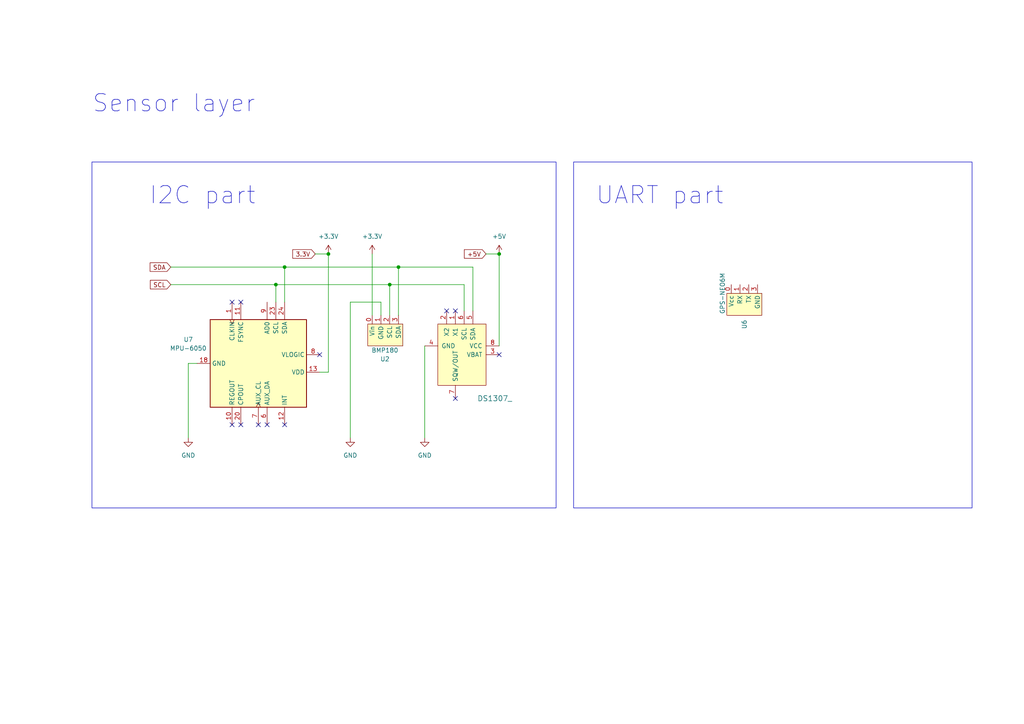
<source format=kicad_sch>
(kicad_sch (version 20230121) (generator eeschema)

  (uuid 5d7040e4-3aeb-4c2b-885d-d5d7213be625)

  (paper "A4")

  (lib_symbols
    (symbol "01-FwhitESat-Local_Library:BMP180" (in_bom yes) (on_board yes)
      (property "Reference" "U" (at 5.08 -7.62 0)
        (effects (font (size 1.27 1.27)))
      )
      (property "Value" "" (at 0 3.81 0)
        (effects (font (size 1.27 1.27)))
      )
      (property "Footprint" "" (at 0 3.81 0)
        (effects (font (size 1.27 1.27)) hide)
      )
      (property "Datasheet" "" (at 0 3.81 0)
        (effects (font (size 1.27 1.27)) hide)
      )
      (symbol "BMP180_1_1"
        (rectangle (start 0 0) (end 10.16 -6.35)
          (stroke (width 0) (type default))
          (fill (type background))
        )
        (pin power_in line (at 1.27 2.54 270) (length 2.54)
          (name "Vin" (effects (font (size 1.27 1.27))))
          (number "0" (effects (font (size 1.27 1.27))))
        )
        (pin bidirectional line (at 3.81 2.54 270) (length 2.54)
          (name "GND" (effects (font (size 1.27 1.27))))
          (number "1" (effects (font (size 1.27 1.27))))
        )
        (pin bidirectional line (at 6.35 2.54 270) (length 2.54)
          (name "SCL" (effects (font (size 1.27 1.27))))
          (number "2" (effects (font (size 1.27 1.27))))
        )
        (pin bidirectional line (at 8.89 2.54 270) (length 2.54)
          (name "SDA" (effects (font (size 1.27 1.27))))
          (number "3" (effects (font (size 1.27 1.27))))
        )
      )
    )
    (symbol "01-FwhitESat-Local_Library:DS1307_" (pin_names (offset 1.016)) (in_bom yes) (on_board yes)
      (property "Reference" "U" (at -8.89 7.62 0)
        (effects (font (size 1.524 1.524)) (justify left))
      )
      (property "Value" "DS1307_" (at -1.27 -8.89 0)
        (effects (font (size 1.524 1.524)) (justify left))
      )
      (property "Footprint" "digikey-footprints:DIP-8_W7.62mm" (at 5.08 5.08 0)
        (effects (font (size 1.524 1.524)) (justify left) hide)
      )
      (property "Datasheet" "https://datasheets.maximintegrated.com/en/ds/DS1307.pdf" (at 5.08 7.62 0)
        (effects (font (size 1.524 1.524)) (justify left) hide)
      )
      (property "Digi-Key_PN" "DS1307+-ND" (at 5.08 10.16 0)
        (effects (font (size 1.524 1.524)) (justify left) hide)
      )
      (property "MPN" "DS1307+" (at 5.08 12.7 0)
        (effects (font (size 1.524 1.524)) (justify left) hide)
      )
      (property "Category" "Integrated Circuits (ICs)" (at 5.08 15.24 0)
        (effects (font (size 1.524 1.524)) (justify left) hide)
      )
      (property "Family" "Clock/Timing - Real Time Clocks" (at 5.08 17.78 0)
        (effects (font (size 1.524 1.524)) (justify left) hide)
      )
      (property "DK_Datasheet_Link" "https://datasheets.maximintegrated.com/en/ds/DS1307.pdf" (at 5.08 20.32 0)
        (effects (font (size 1.524 1.524)) (justify left) hide)
      )
      (property "DK_Detail_Page" "/product-detail/en/maxim-integrated/DS1307-/DS1307--ND/956883" (at 5.08 22.86 0)
        (effects (font (size 1.524 1.524)) (justify left) hide)
      )
      (property "Description" "IC RTC CLK/CALENDAR I2C 8-DIP" (at 5.08 25.4 0)
        (effects (font (size 1.524 1.524)) (justify left) hide)
      )
      (property "Manufacturer" "Maxim Integrated" (at 5.08 27.94 0)
        (effects (font (size 1.524 1.524)) (justify left) hide)
      )
      (property "Status" "Active" (at 5.08 30.48 0)
        (effects (font (size 1.524 1.524)) (justify left) hide)
      )
      (property "ki_keywords" "DS1307+-ND" (at 0 0 0)
        (effects (font (size 1.27 1.27)) hide)
      )
      (property "ki_description" "IC RTC CLK/CALENDAR I2C 8-DIP" (at 0 0 0)
        (effects (font (size 1.27 1.27)) hide)
      )
      (symbol "DS1307__0_1"
        (rectangle (start -8.89 6.35) (end 8.89 -7.62)
          (stroke (width 0) (type solid))
          (fill (type background))
        )
      )
      (symbol "DS1307__1_1"
        (pin passive line (at -12.7 -2.54 0) (length 3.81)
          (name "X1" (effects (font (size 1.27 1.27))))
          (number "1" (effects (font (size 1.27 1.27))))
        )
        (pin passive line (at -12.7 -5.08 0) (length 3.81)
          (name "X2" (effects (font (size 1.27 1.27))))
          (number "2" (effects (font (size 1.27 1.27))))
        )
        (pin power_in line (at 0 10.16 270) (length 3.81)
          (name "VBAT" (effects (font (size 1.27 1.27))))
          (number "3" (effects (font (size 1.27 1.27))))
        )
        (pin power_in line (at -2.54 -11.43 90) (length 3.81)
          (name "GND" (effects (font (size 1.27 1.27))))
          (number "4" (effects (font (size 1.27 1.27))))
        )
        (pin bidirectional line (at -12.7 2.54 0) (length 3.81)
          (name "SDA" (effects (font (size 1.27 1.27))))
          (number "5" (effects (font (size 1.27 1.27))))
        )
        (pin input line (at -12.7 0 0) (length 3.81)
          (name "SCL" (effects (font (size 1.27 1.27))))
          (number "6" (effects (font (size 1.27 1.27))))
        )
        (pin output line (at 12.7 -2.54 180) (length 3.81)
          (name "SQW/OUT" (effects (font (size 1.27 1.27))))
          (number "7" (effects (font (size 1.27 1.27))))
        )
        (pin power_in line (at -2.54 10.16 270) (length 3.81)
          (name "VCC" (effects (font (size 1.27 1.27))))
          (number "8" (effects (font (size 1.27 1.27))))
        )
      )
    )
    (symbol "01-FwhitESat-Local_Library:GPS-NEO6M" (in_bom yes) (on_board yes)
      (property "Reference" "U" (at 5.08 -2.54 0)
        (effects (font (size 1.27 1.27)))
      )
      (property "Value" "" (at 0 -1.27 0)
        (effects (font (size 1.27 1.27)))
      )
      (property "Footprint" "" (at 0 -1.27 0)
        (effects (font (size 1.27 1.27)) hide)
      )
      (property "Datasheet" "" (at 0 -1.27 0)
        (effects (font (size 1.27 1.27)) hide)
      )
      (symbol "GPS-NEO6M_1_1"
        (rectangle (start 0 5.08) (end 10.16 -1.27)
          (stroke (width 0) (type default))
          (fill (type background))
        )
        (pin power_in line (at 1.27 7.62 270) (length 2.54)
          (name "Vcc" (effects (font (size 1.27 1.27))))
          (number "0" (effects (font (size 1.27 1.27))))
        )
        (pin input line (at 3.81 7.62 270) (length 2.54)
          (name "RX" (effects (font (size 1.27 1.27))))
          (number "1" (effects (font (size 1.27 1.27))))
        )
        (pin output line (at 6.35 7.62 270) (length 2.54)
          (name "TX" (effects (font (size 1.27 1.27))))
          (number "2" (effects (font (size 1.27 1.27))))
        )
        (pin bidirectional line (at 8.89 7.62 270) (length 2.54)
          (name "GND" (effects (font (size 1.27 1.27))))
          (number "3" (effects (font (size 1.27 1.27))))
        )
      )
    )
    (symbol "01-FwhitESat-Local_Library:MPU-6050" (in_bom yes) (on_board yes)
      (property "Reference" "U" (at -11.43 13.97 0)
        (effects (font (size 1.27 1.27)))
      )
      (property "Value" "MPU-6050" (at 7.62 -15.24 0)
        (effects (font (size 1.27 1.27)))
      )
      (property "Footprint" "Sensor_Motion:InvenSense_QFN-24_4x4mm_P0.5mm" (at 0 -20.32 0)
        (effects (font (size 1.27 1.27)) hide)
      )
      (property "Datasheet" "https://invensense.tdk.com/wp-content/uploads/2015/02/MPU-6000-Datasheet1.pdf" (at 0 -3.81 0)
        (effects (font (size 1.27 1.27)) hide)
      )
      (property "ki_keywords" "mems" (at 0 0 0)
        (effects (font (size 1.27 1.27)) hide)
      )
      (property "ki_description" "InvenSense 6-Axis Motion Sensor, Gyroscope, Accelerometer, I2C" (at 0 0 0)
        (effects (font (size 1.27 1.27)) hide)
      )
      (property "ki_fp_filters" "*QFN*4x4mm*P0.5mm*" (at 0 0 0)
        (effects (font (size 1.27 1.27)) hide)
      )
      (symbol "MPU-6050_0_0"
        (text "" (at 12.7 -2.54 0)
          (effects (font (size 1.27 1.27)))
        )
      )
      (symbol "MPU-6050_0_1"
        (rectangle (start -12.7 13.97) (end 12.7 -13.97)
          (stroke (width 0.254) (type default))
          (fill (type background))
        )
      )
      (symbol "MPU-6050_1_1"
        (pin input clock (at -17.78 -7.62 0) (length 5.08)
          (name "CLKIN" (effects (font (size 1.27 1.27))))
          (number "1" (effects (font (size 1.27 1.27))))
        )
        (pin passive line (at 17.78 -7.62 180) (length 5.08)
          (name "REGOUT" (effects (font (size 1.27 1.27))))
          (number "10" (effects (font (size 1.27 1.27))))
        )
        (pin input line (at -17.78 -5.08 0) (length 5.08)
          (name "FSYNC" (effects (font (size 1.27 1.27))))
          (number "11" (effects (font (size 1.27 1.27))))
        )
        (pin output line (at 17.78 7.62 180) (length 5.08)
          (name "INT" (effects (font (size 1.27 1.27))))
          (number "12" (effects (font (size 1.27 1.27))))
        )
        (pin power_in line (at 2.54 17.78 270) (length 3.81)
          (name "VDD" (effects (font (size 1.27 1.27))))
          (number "13" (effects (font (size 1.27 1.27))))
        )
        (pin no_connect line (at -12.7 -10.16 0) (length 2.54) hide
          (name "NC" (effects (font (size 1.27 1.27))))
          (number "14" (effects (font (size 1.27 1.27))))
        )
        (pin no_connect line (at 12.7 12.7 180) (length 2.54) hide
          (name "NC" (effects (font (size 1.27 1.27))))
          (number "15" (effects (font (size 1.27 1.27))))
        )
        (pin no_connect line (at 12.7 10.16 180) (length 2.54) hide
          (name "NC" (effects (font (size 1.27 1.27))))
          (number "16" (effects (font (size 1.27 1.27))))
        )
        (pin no_connect line (at 12.7 5.08 180) (length 2.54) hide
          (name "NC" (effects (font (size 1.27 1.27))))
          (number "17" (effects (font (size 1.27 1.27))))
        )
        (pin power_in line (at 0 -17.78 90) (length 3.81)
          (name "GND" (effects (font (size 1.27 1.27))))
          (number "18" (effects (font (size 1.27 1.27))))
        )
        (pin no_connect line (at 12.7 -10.16 180) (length 2.54) hide
          (name "RESV" (effects (font (size 1.27 1.27))))
          (number "19" (effects (font (size 1.27 1.27))))
        )
        (pin no_connect line (at -12.7 12.7 0) (length 2.54) hide
          (name "NC" (effects (font (size 1.27 1.27))))
          (number "2" (effects (font (size 1.27 1.27))))
        )
        (pin passive line (at 17.78 -5.08 180) (length 5.08)
          (name "CPOUT" (effects (font (size 1.27 1.27))))
          (number "20" (effects (font (size 1.27 1.27))))
        )
        (pin no_connect line (at 12.7 -2.54 180) (length 2.54) hide
          (name "RESV" (effects (font (size 1.27 1.27))))
          (number "21" (effects (font (size 1.27 1.27))))
        )
        (pin no_connect line (at 12.7 -12.7 180) (length 2.54) hide
          (name "RESV" (effects (font (size 1.27 1.27))))
          (number "22" (effects (font (size 1.27 1.27))))
        )
        (pin input line (at -17.78 5.08 0) (length 5.08)
          (name "SCL" (effects (font (size 1.27 1.27))))
          (number "23" (effects (font (size 1.27 1.27))))
        )
        (pin bidirectional line (at -17.78 7.62 0) (length 5.08)
          (name "SDA" (effects (font (size 1.27 1.27))))
          (number "24" (effects (font (size 1.27 1.27))))
        )
        (pin no_connect line (at -12.7 10.16 0) (length 2.54) hide
          (name "NC" (effects (font (size 1.27 1.27))))
          (number "3" (effects (font (size 1.27 1.27))))
        )
        (pin no_connect line (at -12.7 0 0) (length 2.54) hide
          (name "NC" (effects (font (size 1.27 1.27))))
          (number "4" (effects (font (size 1.27 1.27))))
        )
        (pin no_connect line (at -12.7 -2.54 0) (length 2.54) hide
          (name "NC" (effects (font (size 1.27 1.27))))
          (number "5" (effects (font (size 1.27 1.27))))
        )
        (pin bidirectional line (at 17.78 2.54 180) (length 5.08)
          (name "AUX_DA" (effects (font (size 1.27 1.27))))
          (number "6" (effects (font (size 1.27 1.27))))
        )
        (pin output clock (at 17.78 0 180) (length 5.08)
          (name "AUX_CL" (effects (font (size 1.27 1.27))))
          (number "7" (effects (font (size 1.27 1.27))))
        )
        (pin power_in line (at -2.54 17.78 270) (length 3.81)
          (name "VLOGIC" (effects (font (size 1.27 1.27))))
          (number "8" (effects (font (size 1.27 1.27))))
        )
        (pin input line (at -17.78 2.54 0) (length 5.08)
          (name "AD0" (effects (font (size 1.27 1.27))))
          (number "9" (effects (font (size 1.27 1.27))))
        )
      )
    )
    (symbol "power:+3.3V" (power) (pin_names (offset 0)) (in_bom yes) (on_board yes)
      (property "Reference" "#PWR" (at 0 -3.81 0)
        (effects (font (size 1.27 1.27)) hide)
      )
      (property "Value" "+3.3V" (at 0 3.556 0)
        (effects (font (size 1.27 1.27)))
      )
      (property "Footprint" "" (at 0 0 0)
        (effects (font (size 1.27 1.27)) hide)
      )
      (property "Datasheet" "" (at 0 0 0)
        (effects (font (size 1.27 1.27)) hide)
      )
      (property "ki_keywords" "global power" (at 0 0 0)
        (effects (font (size 1.27 1.27)) hide)
      )
      (property "ki_description" "Power symbol creates a global label with name \"+3.3V\"" (at 0 0 0)
        (effects (font (size 1.27 1.27)) hide)
      )
      (symbol "+3.3V_0_1"
        (polyline
          (pts
            (xy -0.762 1.27)
            (xy 0 2.54)
          )
          (stroke (width 0) (type default))
          (fill (type none))
        )
        (polyline
          (pts
            (xy 0 0)
            (xy 0 2.54)
          )
          (stroke (width 0) (type default))
          (fill (type none))
        )
        (polyline
          (pts
            (xy 0 2.54)
            (xy 0.762 1.27)
          )
          (stroke (width 0) (type default))
          (fill (type none))
        )
      )
      (symbol "+3.3V_1_1"
        (pin power_in line (at 0 0 90) (length 0) hide
          (name "+3.3V" (effects (font (size 1.27 1.27))))
          (number "1" (effects (font (size 1.27 1.27))))
        )
      )
    )
    (symbol "power:+5V" (power) (pin_names (offset 0)) (in_bom yes) (on_board yes)
      (property "Reference" "#PWR" (at 0 -3.81 0)
        (effects (font (size 1.27 1.27)) hide)
      )
      (property "Value" "+5V" (at 0 3.556 0)
        (effects (font (size 1.27 1.27)))
      )
      (property "Footprint" "" (at 0 0 0)
        (effects (font (size 1.27 1.27)) hide)
      )
      (property "Datasheet" "" (at 0 0 0)
        (effects (font (size 1.27 1.27)) hide)
      )
      (property "ki_keywords" "global power" (at 0 0 0)
        (effects (font (size 1.27 1.27)) hide)
      )
      (property "ki_description" "Power symbol creates a global label with name \"+5V\"" (at 0 0 0)
        (effects (font (size 1.27 1.27)) hide)
      )
      (symbol "+5V_0_1"
        (polyline
          (pts
            (xy -0.762 1.27)
            (xy 0 2.54)
          )
          (stroke (width 0) (type default))
          (fill (type none))
        )
        (polyline
          (pts
            (xy 0 0)
            (xy 0 2.54)
          )
          (stroke (width 0) (type default))
          (fill (type none))
        )
        (polyline
          (pts
            (xy 0 2.54)
            (xy 0.762 1.27)
          )
          (stroke (width 0) (type default))
          (fill (type none))
        )
      )
      (symbol "+5V_1_1"
        (pin power_in line (at 0 0 90) (length 0) hide
          (name "+5V" (effects (font (size 1.27 1.27))))
          (number "1" (effects (font (size 1.27 1.27))))
        )
      )
    )
    (symbol "power:GND" (power) (pin_names (offset 0)) (in_bom yes) (on_board yes)
      (property "Reference" "#PWR" (at 0 -6.35 0)
        (effects (font (size 1.27 1.27)) hide)
      )
      (property "Value" "GND" (at 0 -3.81 0)
        (effects (font (size 1.27 1.27)))
      )
      (property "Footprint" "" (at 0 0 0)
        (effects (font (size 1.27 1.27)) hide)
      )
      (property "Datasheet" "" (at 0 0 0)
        (effects (font (size 1.27 1.27)) hide)
      )
      (property "ki_keywords" "global power" (at 0 0 0)
        (effects (font (size 1.27 1.27)) hide)
      )
      (property "ki_description" "Power symbol creates a global label with name \"GND\" , ground" (at 0 0 0)
        (effects (font (size 1.27 1.27)) hide)
      )
      (symbol "GND_0_1"
        (polyline
          (pts
            (xy 0 0)
            (xy 0 -1.27)
            (xy 1.27 -1.27)
            (xy 0 -2.54)
            (xy -1.27 -1.27)
            (xy 0 -1.27)
          )
          (stroke (width 0) (type default))
          (fill (type none))
        )
      )
      (symbol "GND_1_1"
        (pin power_in line (at 0 0 270) (length 0) hide
          (name "GND" (effects (font (size 1.27 1.27))))
          (number "1" (effects (font (size 1.27 1.27))))
        )
      )
    )
  )

  (junction (at 144.78 73.66) (diameter 0) (color 0 0 0 0)
    (uuid 5e5d7b59-2181-4c9b-90e7-9dff70d4a313)
  )
  (junction (at 80.01 82.55) (diameter 0) (color 0 0 0 0)
    (uuid 7a249674-bb69-41e1-8fd3-1e58ea5e3bbe)
  )
  (junction (at 82.55 77.47) (diameter 0) (color 0 0 0 0)
    (uuid 9a785b7a-2b75-4c5f-a8b0-99648c553ce1)
  )
  (junction (at 115.57 77.47) (diameter 0) (color 0 0 0 0)
    (uuid b5935b45-6ac8-433f-b830-ecd3b61e6f03)
  )
  (junction (at 113.03 82.55) (diameter 0) (color 0 0 0 0)
    (uuid d225fe66-15ae-4175-9b29-ed21f24ef5bb)
  )
  (junction (at 95.25 73.66) (diameter 0) (color 0 0 0 0)
    (uuid e25adf33-9f37-4163-b82f-25e53c296570)
  )

  (no_connect (at 144.78 102.87) (uuid 1fee015d-8f6e-4fec-8f78-18b7c5b6be0d))
  (no_connect (at 74.93 123.19) (uuid 26c0bcb8-fefc-4e65-a4ea-c8d6fa498eb0))
  (no_connect (at 132.08 90.17) (uuid 441447cb-c33b-465f-85ba-65fcc40cd10d))
  (no_connect (at 77.47 123.19) (uuid 492cebcb-b019-48a3-a70d-b2dad751df7f))
  (no_connect (at 69.85 87.63) (uuid 4b5db05e-35e0-464b-a36d-3d60925be2da))
  (no_connect (at 129.54 90.17) (uuid 8c945758-88ca-4431-aa2f-e2cfbb784709))
  (no_connect (at 132.08 115.57) (uuid 8ff2c6b5-78ca-45fb-a596-60ba0afe92fd))
  (no_connect (at 67.31 87.63) (uuid b53c982a-3088-4edc-ae1f-28bc2b0f4d69))
  (no_connect (at 67.31 123.19) (uuid d309c6ef-cd04-4927-82b6-60e23504097d))
  (no_connect (at 82.55 123.19) (uuid dc70aa8a-584d-4f8b-8b1b-74c2ed81c984))
  (no_connect (at 92.71 102.87) (uuid f912f579-5b20-480b-ac81-8fbf9e773fa3))
  (no_connect (at 69.85 123.19) (uuid fe93ddfd-f77a-4c7d-82bc-ad08b86157eb))

  (wire (pts (xy 95.25 107.95) (xy 92.71 107.95))
    (stroke (width 0) (type default))
    (uuid 003a5954-fa99-42db-bf9c-3eb25af2c5b2)
  )
  (wire (pts (xy 113.03 91.44) (xy 113.03 82.55))
    (stroke (width 0) (type default))
    (uuid 0e33746e-9651-4e09-af3a-79a689a38667)
  )
  (wire (pts (xy 54.61 105.41) (xy 57.15 105.41))
    (stroke (width 0) (type default))
    (uuid 1fe6a026-7bf6-4b39-87a0-d70eeb713856)
  )
  (wire (pts (xy 101.6 87.63) (xy 110.49 87.63))
    (stroke (width 0) (type default))
    (uuid 3dfca83f-da9f-4890-9374-268901c0ef45)
  )
  (wire (pts (xy 140.97 73.66) (xy 144.78 73.66))
    (stroke (width 0) (type default))
    (uuid 440c7384-50eb-44f2-92bd-109972d2f372)
  )
  (wire (pts (xy 115.57 77.47) (xy 115.57 91.44))
    (stroke (width 0) (type default))
    (uuid 5920b149-6347-48d7-b846-468851d2eadd)
  )
  (wire (pts (xy 101.6 127) (xy 101.6 87.63))
    (stroke (width 0) (type default))
    (uuid 5a3fbc04-3e2f-4979-b1a4-72480ae4025d)
  )
  (wire (pts (xy 123.19 100.33) (xy 123.19 127))
    (stroke (width 0) (type default))
    (uuid 6c5c878a-c2e0-4858-b9e6-3edac990a5f2)
  )
  (wire (pts (xy 95.25 73.66) (xy 95.25 107.95))
    (stroke (width 0) (type default))
    (uuid 7009961a-f0bf-44ef-b545-a19fd27bdfbb)
  )
  (wire (pts (xy 134.62 82.55) (xy 134.62 90.17))
    (stroke (width 0) (type default))
    (uuid 721313f6-667d-49b3-8881-1b9bff48ad12)
  )
  (wire (pts (xy 144.78 73.66) (xy 144.78 100.33))
    (stroke (width 0) (type default))
    (uuid 744ec636-6ab6-4102-9486-fc36a416b874)
  )
  (wire (pts (xy 107.95 73.66) (xy 107.95 91.44))
    (stroke (width 0) (type default))
    (uuid 84a71fc4-c02b-413e-9582-58aeb93da95b)
  )
  (wire (pts (xy 80.01 82.55) (xy 113.03 82.55))
    (stroke (width 0) (type default))
    (uuid 89a5a2c4-b052-4ccc-8373-80a62099c0b4)
  )
  (wire (pts (xy 115.57 77.47) (xy 137.16 77.47))
    (stroke (width 0) (type default))
    (uuid 90677d19-b0ed-4039-a81d-471bd97fbaa4)
  )
  (wire (pts (xy 113.03 82.55) (xy 134.62 82.55))
    (stroke (width 0) (type default))
    (uuid a968d5cc-3725-43fc-85c4-36cd8a3989e1)
  )
  (wire (pts (xy 54.61 127) (xy 54.61 105.41))
    (stroke (width 0) (type default))
    (uuid bd4bfc04-1fde-42f7-9362-98948772a4ec)
  )
  (wire (pts (xy 82.55 77.47) (xy 115.57 77.47))
    (stroke (width 0) (type default))
    (uuid c0ebe5ab-931d-42c8-9ac8-6c32edc790bf)
  )
  (wire (pts (xy 91.44 73.66) (xy 95.25 73.66))
    (stroke (width 0) (type default))
    (uuid c47dc775-92e6-4b62-8a10-8ef9bf7434c2)
  )
  (wire (pts (xy 110.49 87.63) (xy 110.49 91.44))
    (stroke (width 0) (type default))
    (uuid c6f6284d-b995-4ef2-b360-c7fcacd99556)
  )
  (wire (pts (xy 80.01 82.55) (xy 80.01 87.63))
    (stroke (width 0) (type default))
    (uuid d0e41b63-d843-4183-9957-96fb3b40672c)
  )
  (wire (pts (xy 49.53 82.55) (xy 80.01 82.55))
    (stroke (width 0) (type default))
    (uuid d1ff96dc-494f-49d4-9cd4-ba2a34ee0ef5)
  )
  (wire (pts (xy 137.16 77.47) (xy 137.16 90.17))
    (stroke (width 0) (type default))
    (uuid de515b79-ad28-4880-a1cb-dee9b7688445)
  )
  (wire (pts (xy 49.53 77.47) (xy 82.55 77.47))
    (stroke (width 0) (type default))
    (uuid e7b13c0b-799f-4c49-92c1-b8de14c3faf0)
  )
  (wire (pts (xy 82.55 77.47) (xy 82.55 87.63))
    (stroke (width 0) (type default))
    (uuid f6feb8c1-c53f-4628-a700-9c95a0aa9b68)
  )

  (rectangle (start 166.37 46.99) (end 281.94 147.32)
    (stroke (width 0) (type default))
    (fill (type none))
    (uuid 4ff6845a-23c6-4221-9a03-c36e02422177)
  )
  (rectangle (start 26.67 46.99) (end 161.29 147.32)
    (stroke (width 0) (type default))
    (fill (type none))
    (uuid 93e70056-bb12-4fc4-85e6-785171851fce)
  )

  (text "Sensor layer" (at 26.67 33.02 0)
    (effects (font (size 5 5)) (justify left bottom))
    (uuid adff89b6-1d5e-4930-8b7d-79d95deb1e0e)
  )
  (text "I2C part" (at 43.18 59.69 0)
    (effects (font (size 5 5)) (justify left bottom))
    (uuid e18001e8-bd5d-4c65-b1fb-2393c0f08c09)
  )
  (text "UART part" (at 172.72 59.69 0)
    (effects (font (size 5 5)) (justify left bottom))
    (uuid e5e9af36-f78b-4e79-b274-ba1896641e15)
  )

  (global_label "3.3V" (shape input) (at 91.44 73.66 180) (fields_autoplaced)
    (effects (font (size 1.27 1.27)) (justify right))
    (uuid 2c8b4b36-78d0-48d1-a260-5658a4aabe9c)
    (property "Intersheetrefs" "${INTERSHEET_REFS}" (at 84.3424 73.66 0)
      (effects (font (size 1.27 1.27)) (justify right) hide)
    )
  )
  (global_label "SDA" (shape input) (at 49.53 77.47 180) (fields_autoplaced)
    (effects (font (size 1.27 1.27)) (justify right))
    (uuid 3a77565d-a5bf-487a-9f4a-533fe84f1862)
    (property "Intersheetrefs" "${INTERSHEET_REFS}" (at 42.9767 77.47 0)
      (effects (font (size 1.27 1.27)) (justify right) hide)
    )
  )
  (global_label "+5V" (shape input) (at 140.97 73.66 180) (fields_autoplaced)
    (effects (font (size 1.27 1.27)) (justify right))
    (uuid 575abcd6-6129-4ce2-b8f2-4ada55695197)
    (property "Intersheetrefs" "${INTERSHEET_REFS}" (at 134.1143 73.66 0)
      (effects (font (size 1.27 1.27)) (justify right) hide)
    )
  )
  (global_label "SCL" (shape input) (at 49.53 82.55 180) (fields_autoplaced)
    (effects (font (size 1.27 1.27)) (justify right))
    (uuid 5a6d4d76-3b95-401e-9f2b-056af0506adf)
    (property "Intersheetrefs" "${INTERSHEET_REFS}" (at 43.0372 82.55 0)
      (effects (font (size 1.27 1.27)) (justify right) hide)
    )
  )

  (symbol (lib_id "01-FwhitESat-Local_Library:DS1307_") (at 134.62 102.87 270) (unit 1)
    (in_bom yes) (on_board yes) (dnp no)
    (uuid 5c7fd4cb-1d69-4a8e-b079-9e436d7ea21d)
    (property "Reference" "U3" (at 135.7279 118.11 0)
      (effects (font (size 1.524 1.524)) hide)
    )
    (property "Value" "DS1307_" (at 143.51 115.57 90)
      (effects (font (size 1.524 1.524)))
    )
    (property "Footprint" "digikey-footprints:DIP-8_W7.62mm" (at 139.7 107.95 0)
      (effects (font (size 1.524 1.524)) (justify left) hide)
    )
    (property "Datasheet" "https://datasheets.maximintegrated.com/en/ds/DS1307.pdf" (at 142.24 107.95 0)
      (effects (font (size 1.524 1.524)) (justify left) hide)
    )
    (property "Digi-Key_PN" "DS1307+-ND" (at 144.78 107.95 0)
      (effects (font (size 1.524 1.524)) (justify left) hide)
    )
    (property "MPN" "DS1307+" (at 147.32 107.95 0)
      (effects (font (size 1.524 1.524)) (justify left) hide)
    )
    (property "Category" "Integrated Circuits (ICs)" (at 149.86 107.95 0)
      (effects (font (size 1.524 1.524)) (justify left) hide)
    )
    (property "Family" "Clock/Timing - Real Time Clocks" (at 152.4 107.95 0)
      (effects (font (size 1.524 1.524)) (justify left) hide)
    )
    (property "DK_Datasheet_Link" "https://datasheets.maximintegrated.com/en/ds/DS1307.pdf" (at 154.94 107.95 0)
      (effects (font (size 1.524 1.524)) (justify left) hide)
    )
    (property "DK_Detail_Page" "/product-detail/en/maxim-integrated/DS1307-/DS1307--ND/956883" (at 157.48 107.95 0)
      (effects (font (size 1.524 1.524)) (justify left) hide)
    )
    (property "Description" "IC RTC CLK/CALENDAR I2C 8-DIP" (at 160.02 107.95 0)
      (effects (font (size 1.524 1.524)) (justify left) hide)
    )
    (property "Manufacturer" "Maxim Integrated" (at 162.56 107.95 0)
      (effects (font (size 1.524 1.524)) (justify left) hide)
    )
    (property "Status" "Active" (at 165.1 107.95 0)
      (effects (font (size 1.524 1.524)) (justify left) hide)
    )
    (pin "1" (uuid 0ffee57e-b1c6-46f8-a72a-f6cabe5f0cf1))
    (pin "2" (uuid bcd3f064-c620-49b6-b2c5-d90139b0b5da))
    (pin "5" (uuid 9a28cb70-e610-4d44-b3e8-199eee46070f))
    (pin "7" (uuid 9fe0399d-05a0-4f0a-9c1e-58a8fbb77047))
    (pin "8" (uuid c24ed71d-e054-4b82-9914-f095572bea3a))
    (pin "3" (uuid 34893479-7769-47f2-8ef1-6a39f57811fe))
    (pin "4" (uuid 2f1d3545-171c-4d50-b948-1ebd0b14544d))
    (pin "6" (uuid f062b558-8106-4264-870b-1df86ad511bd))
    (instances
      (project "FwhitESat-PCB"
        (path "/78ea2883-2db0-4d81-80e1-b63c1c2056ac/20bd63c0-c7d9-415e-b9da-e5b49e44652d"
          (reference "U3") (unit 1)
        )
      )
    )
  )

  (symbol (lib_id "power:GND") (at 123.19 127 0) (unit 1)
    (in_bom yes) (on_board yes) (dnp no) (fields_autoplaced)
    (uuid 61dc048d-29d0-4893-b33b-f62fef4ae7d0)
    (property "Reference" "#PWR08" (at 123.19 133.35 0)
      (effects (font (size 1.27 1.27)) hide)
    )
    (property "Value" "GND" (at 123.19 132.08 0)
      (effects (font (size 1.27 1.27)))
    )
    (property "Footprint" "" (at 123.19 127 0)
      (effects (font (size 1.27 1.27)) hide)
    )
    (property "Datasheet" "" (at 123.19 127 0)
      (effects (font (size 1.27 1.27)) hide)
    )
    (pin "1" (uuid e176a15a-4da3-476f-a43f-4831c9ec8dbf))
    (instances
      (project "FwhitESat-PCB"
        (path "/78ea2883-2db0-4d81-80e1-b63c1c2056ac"
          (reference "#PWR08") (unit 1)
        )
        (path "/78ea2883-2db0-4d81-80e1-b63c1c2056ac/56957d94-f740-47f0-918d-81f554d7e663"
          (reference "#PWR015") (unit 1)
        )
        (path "/78ea2883-2db0-4d81-80e1-b63c1c2056ac/20bd63c0-c7d9-415e-b9da-e5b49e44652d"
          (reference "#PWR04") (unit 1)
        )
      )
    )
  )

  (symbol (lib_id "power:+3.3V") (at 107.95 73.66 0) (unit 1)
    (in_bom yes) (on_board yes) (dnp no) (fields_autoplaced)
    (uuid 6dd73753-2e00-40f6-bf54-7b2129e53a5e)
    (property "Reference" "#PWR07" (at 107.95 77.47 0)
      (effects (font (size 1.27 1.27)) hide)
    )
    (property "Value" "+3.3V" (at 107.95 68.58 0)
      (effects (font (size 1.27 1.27)))
    )
    (property "Footprint" "" (at 107.95 73.66 0)
      (effects (font (size 1.27 1.27)) hide)
    )
    (property "Datasheet" "" (at 107.95 73.66 0)
      (effects (font (size 1.27 1.27)) hide)
    )
    (pin "1" (uuid 508c127f-76c6-4558-aacb-46f1ff11b6e1))
    (instances
      (project "FwhitESat-PCB"
        (path "/78ea2883-2db0-4d81-80e1-b63c1c2056ac"
          (reference "#PWR07") (unit 1)
        )
        (path "/78ea2883-2db0-4d81-80e1-b63c1c2056ac/56957d94-f740-47f0-918d-81f554d7e663"
          (reference "#PWR016") (unit 1)
        )
        (path "/78ea2883-2db0-4d81-80e1-b63c1c2056ac/20bd63c0-c7d9-415e-b9da-e5b49e44652d"
          (reference "#PWR05") (unit 1)
        )
      )
    )
  )

  (symbol (lib_id "01-FwhitESat-Local_Library:BMP180") (at 106.68 93.98 0) (unit 1)
    (in_bom yes) (on_board yes) (dnp no)
    (uuid 742449ba-7bc4-4200-bb69-89c5e8860f33)
    (property "Reference" "U2" (at 113.03 104.14 0)
      (effects (font (size 1.27 1.27)) (justify right))
    )
    (property "Value" "BMP180" (at 115.57 101.6 0)
      (effects (font (size 1.27 1.27)) (justify right))
    )
    (property "Footprint" "" (at 106.68 90.17 0)
      (effects (font (size 1.27 1.27)) hide)
    )
    (property "Datasheet" "" (at 106.68 90.17 0)
      (effects (font (size 1.27 1.27)) hide)
    )
    (pin "2" (uuid c5d233c6-da3b-4281-8316-740d458670b3))
    (pin "3" (uuid a9dc0f8b-94a4-45b6-ab68-adc35904ca64))
    (pin "1" (uuid 506d20da-5434-4fc7-a16f-c69f10389535))
    (pin "0" (uuid c1b05907-97d4-4852-9438-c35f5d939f13))
    (instances
      (project "FwhitESat-PCB"
        (path "/78ea2883-2db0-4d81-80e1-b63c1c2056ac/20bd63c0-c7d9-415e-b9da-e5b49e44652d"
          (reference "U2") (unit 1)
        )
      )
    )
  )

  (symbol (lib_id "power:GND") (at 54.61 127 0) (unit 1)
    (in_bom yes) (on_board yes) (dnp no) (fields_autoplaced)
    (uuid 86342653-714a-4fd6-93d3-f5fdbe9dd77f)
    (property "Reference" "#PWR08" (at 54.61 133.35 0)
      (effects (font (size 1.27 1.27)) hide)
    )
    (property "Value" "GND" (at 54.61 132.08 0)
      (effects (font (size 1.27 1.27)))
    )
    (property "Footprint" "" (at 54.61 127 0)
      (effects (font (size 1.27 1.27)) hide)
    )
    (property "Datasheet" "" (at 54.61 127 0)
      (effects (font (size 1.27 1.27)) hide)
    )
    (pin "1" (uuid 466b6d99-52e0-4150-b15e-af3acb03738f))
    (instances
      (project "FwhitESat-PCB"
        (path "/78ea2883-2db0-4d81-80e1-b63c1c2056ac"
          (reference "#PWR08") (unit 1)
        )
        (path "/78ea2883-2db0-4d81-80e1-b63c1c2056ac/56957d94-f740-47f0-918d-81f554d7e663"
          (reference "#PWR015") (unit 1)
        )
        (path "/78ea2883-2db0-4d81-80e1-b63c1c2056ac/20bd63c0-c7d9-415e-b9da-e5b49e44652d"
          (reference "#PWR03") (unit 1)
        )
      )
    )
  )

  (symbol (lib_id "power:+5V") (at 144.78 73.66 0) (unit 1)
    (in_bom yes) (on_board yes) (dnp no) (fields_autoplaced)
    (uuid 90688d64-06f6-43db-8e03-69f2b06c7e55)
    (property "Reference" "#PWR05" (at 144.78 77.47 0)
      (effects (font (size 1.27 1.27)) hide)
    )
    (property "Value" "+5V" (at 144.78 68.58 0)
      (effects (font (size 1.27 1.27)))
    )
    (property "Footprint" "" (at 144.78 73.66 0)
      (effects (font (size 1.27 1.27)) hide)
    )
    (property "Datasheet" "" (at 144.78 73.66 0)
      (effects (font (size 1.27 1.27)) hide)
    )
    (pin "1" (uuid 2b203b20-e419-4482-8f9b-e96542380e1e))
    (instances
      (project "FwhitESat-PCB"
        (path "/78ea2883-2db0-4d81-80e1-b63c1c2056ac"
          (reference "#PWR05") (unit 1)
        )
        (path "/78ea2883-2db0-4d81-80e1-b63c1c2056ac/56957d94-f740-47f0-918d-81f554d7e663"
          (reference "#PWR012") (unit 1)
        )
        (path "/78ea2883-2db0-4d81-80e1-b63c1c2056ac/20bd63c0-c7d9-415e-b9da-e5b49e44652d"
          (reference "#PWR07") (unit 1)
        )
      )
    )
  )

  (symbol (lib_id "01-FwhitESat-Local_Library:GPS-NEO6M") (at 210.82 90.17 0) (unit 1)
    (in_bom yes) (on_board yes) (dnp no)
    (uuid 9dfb7a95-545e-4296-ae32-a9bf974b104f)
    (property "Reference" "U6" (at 215.9 92.71 90)
      (effects (font (size 1.27 1.27)) (justify right))
    )
    (property "Value" "GPS-NEO6M" (at 209.55 85.09 90)
      (effects (font (size 1.27 1.27)))
    )
    (property "Footprint" "" (at 210.82 91.44 0)
      (effects (font (size 1.27 1.27)) hide)
    )
    (property "Datasheet" "" (at 210.82 91.44 0)
      (effects (font (size 1.27 1.27)) hide)
    )
    (pin "0" (uuid 5e2dca26-15e3-458b-80b9-908fe646e003))
    (pin "1" (uuid 97aa5083-bb2b-475e-96f1-ddae010e847b))
    (pin "2" (uuid b41f9f66-df69-4282-92ed-d5452c179337))
    (pin "3" (uuid 1dc0bc50-9dc5-4b50-885f-5841863908ce))
    (instances
      (project "FwhitESat-PCB"
        (path "/78ea2883-2db0-4d81-80e1-b63c1c2056ac/20bd63c0-c7d9-415e-b9da-e5b49e44652d"
          (reference "U6") (unit 1)
        )
      )
    )
  )

  (symbol (lib_id "power:+3.3V") (at 95.25 73.66 0) (unit 1)
    (in_bom yes) (on_board yes) (dnp no) (fields_autoplaced)
    (uuid b07754c5-6970-4cfa-91ff-af3ce7c9f5e9)
    (property "Reference" "#PWR07" (at 95.25 77.47 0)
      (effects (font (size 1.27 1.27)) hide)
    )
    (property "Value" "+3.3V" (at 95.25 68.58 0)
      (effects (font (size 1.27 1.27)))
    )
    (property "Footprint" "" (at 95.25 73.66 0)
      (effects (font (size 1.27 1.27)) hide)
    )
    (property "Datasheet" "" (at 95.25 73.66 0)
      (effects (font (size 1.27 1.27)) hide)
    )
    (pin "1" (uuid 4408176a-6999-44a8-9e1a-69636183524e))
    (instances
      (project "FwhitESat-PCB"
        (path "/78ea2883-2db0-4d81-80e1-b63c1c2056ac"
          (reference "#PWR07") (unit 1)
        )
        (path "/78ea2883-2db0-4d81-80e1-b63c1c2056ac/56957d94-f740-47f0-918d-81f554d7e663"
          (reference "#PWR016") (unit 1)
        )
        (path "/78ea2883-2db0-4d81-80e1-b63c1c2056ac/20bd63c0-c7d9-415e-b9da-e5b49e44652d"
          (reference "#PWR06") (unit 1)
        )
      )
    )
  )

  (symbol (lib_id "power:GND") (at 101.6 127 0) (unit 1)
    (in_bom yes) (on_board yes) (dnp no) (fields_autoplaced)
    (uuid c5d7e156-70bd-4242-98a4-1fa289a35ac4)
    (property "Reference" "#PWR08" (at 101.6 133.35 0)
      (effects (font (size 1.27 1.27)) hide)
    )
    (property "Value" "GND" (at 101.6 132.08 0)
      (effects (font (size 1.27 1.27)))
    )
    (property "Footprint" "" (at 101.6 127 0)
      (effects (font (size 1.27 1.27)) hide)
    )
    (property "Datasheet" "" (at 101.6 127 0)
      (effects (font (size 1.27 1.27)) hide)
    )
    (pin "1" (uuid 45b232f6-5d98-485e-a741-aa1e92696b3a))
    (instances
      (project "FwhitESat-PCB"
        (path "/78ea2883-2db0-4d81-80e1-b63c1c2056ac"
          (reference "#PWR08") (unit 1)
        )
        (path "/78ea2883-2db0-4d81-80e1-b63c1c2056ac/56957d94-f740-47f0-918d-81f554d7e663"
          (reference "#PWR015") (unit 1)
        )
        (path "/78ea2883-2db0-4d81-80e1-b63c1c2056ac/20bd63c0-c7d9-415e-b9da-e5b49e44652d"
          (reference "#PWR02") (unit 1)
        )
      )
    )
  )

  (symbol (lib_id "01-FwhitESat-Local_Library:MPU-6050") (at 74.93 105.41 270) (unit 1)
    (in_bom yes) (on_board yes) (dnp no) (fields_autoplaced)
    (uuid d7db79f6-da5f-41d4-9544-6efbca5ef976)
    (property "Reference" "U7" (at 54.61 98.4819 90)
      (effects (font (size 1.27 1.27)))
    )
    (property "Value" "MPU-6050" (at 54.61 101.0219 90)
      (effects (font (size 1.27 1.27)))
    )
    (property "Footprint" "Sensor_Motion:InvenSense_QFN-24_4x4mm_P0.5mm" (at 54.61 105.41 0)
      (effects (font (size 1.27 1.27)) hide)
    )
    (property "Datasheet" "https://invensense.tdk.com/wp-content/uploads/2015/02/MPU-6000-Datasheet1.pdf" (at 71.12 105.41 0)
      (effects (font (size 1.27 1.27)) hide)
    )
    (pin "5" (uuid 27dad114-1442-4886-8476-346f3c5e7adb))
    (pin "10" (uuid 3f856a98-bdac-4791-a05c-e52a9f8f9b00))
    (pin "17" (uuid ef025fc0-75f3-40ad-8a37-cf8e7315f918))
    (pin "15" (uuid 248562a7-50fc-4bbf-9a89-99989aefb5ea))
    (pin "4" (uuid b455b14e-917c-424c-baad-952ffd020f16))
    (pin "7" (uuid af6612a4-a909-4588-95c2-744dec1843bc))
    (pin "6" (uuid 06ab8530-ef57-431e-bd12-ab5dfde3b063))
    (pin "19" (uuid afa42e2c-dd38-44b0-a9bc-9e88b16f9628))
    (pin "1" (uuid 5f9ab43c-5d00-445b-986c-6daf9a72a9b9))
    (pin "11" (uuid 9c7969a8-f132-40cc-8d7f-0fb333c2a0de))
    (pin "24" (uuid ece290fc-470d-4bdd-b598-4b40de72bb3d))
    (pin "22" (uuid 2e34a4af-9887-4f9e-98c4-111c282724ea))
    (pin "8" (uuid 7873103b-3d34-46d9-9db2-be1f448f69e3))
    (pin "3" (uuid 8b3ea904-4465-468c-8099-3902d08ce45d))
    (pin "9" (uuid fa64e6df-7cc2-45d4-bf45-c6fe6e2a54cf))
    (pin "13" (uuid 6723e79f-348f-4c9a-a57c-791fd41848f8))
    (pin "12" (uuid 8f7c288e-c330-4073-8999-2333d73a19e3))
    (pin "16" (uuid 7313f2f3-e2f6-4e57-a19c-269b761e3e93))
    (pin "18" (uuid 9d31b443-5e32-4f99-9dde-1a0ef78f2606))
    (pin "20" (uuid 14d23878-46af-42bd-aab9-31f8f6c5918d))
    (pin "21" (uuid 2a7a3a75-9768-43a8-9de1-1e33de8c2df3))
    (pin "14" (uuid 442adbe0-b25d-4101-b70e-306b72d56731))
    (pin "2" (uuid 29429ef3-e5c0-468a-b49a-4a85054a3f32))
    (pin "23" (uuid 01882050-17a6-402c-a685-b045136c2761))
    (instances
      (project "FwhitESat-PCB"
        (path "/78ea2883-2db0-4d81-80e1-b63c1c2056ac/20bd63c0-c7d9-415e-b9da-e5b49e44652d"
          (reference "U7") (unit 1)
        )
      )
    )
  )
)

</source>
